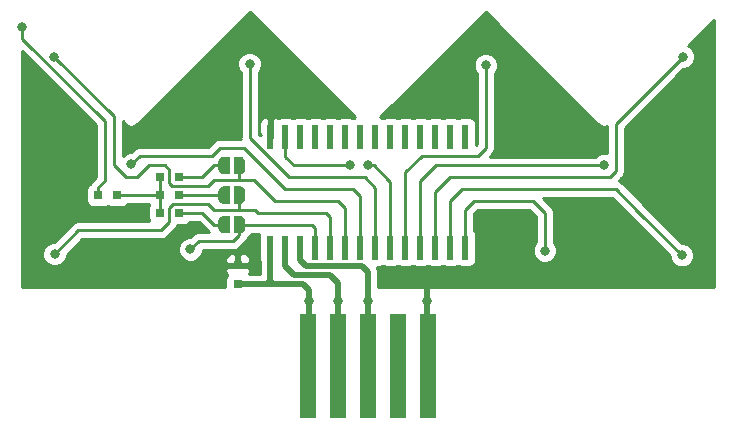
<source format=gbl>
G04 #@! TF.GenerationSoftware,KiCad,Pcbnew,(5.0.2)-1*
G04 #@! TF.CreationDate,2019-11-13T22:38:42+09:00*
G04 #@! TF.ProjectId,Grass,47726173-732e-46b6-9963-61645f706362,rev?*
G04 #@! TF.SameCoordinates,Original*
G04 #@! TF.FileFunction,Copper,L2,Bot*
G04 #@! TF.FilePolarity,Positive*
%FSLAX46Y46*%
G04 Gerber Fmt 4.6, Leading zero omitted, Abs format (unit mm)*
G04 Created by KiCad (PCBNEW (5.0.2)-1) date 2019/11/13 22:38:42*
%MOMM*%
%LPD*%
G01*
G04 APERTURE LIST*
G04 #@! TA.AperFunction,SMDPad,CuDef*
%ADD10R,0.800000X0.800000*%
G04 #@! TD*
G04 #@! TA.AperFunction,SMDPad,CuDef*
%ADD11C,0.500000*%
G04 #@! TD*
G04 #@! TA.AperFunction,Conductor*
%ADD12C,0.100000*%
G04 #@! TD*
G04 #@! TA.AperFunction,SMDPad,CuDef*
%ADD13R,0.600000X2.000000*%
G04 #@! TD*
G04 #@! TA.AperFunction,ConnectorPad*
%ADD14R,1.470000X8.890000*%
G04 #@! TD*
G04 #@! TA.AperFunction,ViaPad*
%ADD15C,0.800000*%
G04 #@! TD*
G04 #@! TA.AperFunction,Conductor*
%ADD16C,0.500000*%
G04 #@! TD*
G04 #@! TA.AperFunction,Conductor*
%ADD17C,0.250000*%
G04 #@! TD*
G04 #@! TA.AperFunction,Conductor*
%ADD18C,0.254000*%
G04 #@! TD*
G04 APERTURE END LIST*
D10*
G04 #@! TO.P,C1,1*
G04 #@! TO.N,+5V*
X119000000Y-149050000D03*
G04 #@! TO.P,C1,2*
G04 #@! TO.N,GND*
X119000000Y-147450000D03*
G04 #@! TD*
D11*
G04 #@! TO.P,JP1,1*
G04 #@! TO.N,Net-(JP1-Pad1)*
X117850000Y-144000000D03*
D12*
G04 #@! TD*
G04 #@! TO.N,Net-(JP1-Pad1)*
G04 #@! TO.C,JP1*
G36*
X118350000Y-144750000D02*
X117850000Y-144750000D01*
X117850000Y-144749398D01*
X117825466Y-144749398D01*
X117776635Y-144744588D01*
X117728510Y-144735016D01*
X117681555Y-144720772D01*
X117636222Y-144701995D01*
X117592949Y-144678864D01*
X117552150Y-144651604D01*
X117514221Y-144620476D01*
X117479524Y-144585779D01*
X117448396Y-144547850D01*
X117421136Y-144507051D01*
X117398005Y-144463778D01*
X117379228Y-144418445D01*
X117364984Y-144371490D01*
X117355412Y-144323365D01*
X117350602Y-144274534D01*
X117350602Y-144250000D01*
X117350000Y-144250000D01*
X117350000Y-143750000D01*
X117350602Y-143750000D01*
X117350602Y-143725466D01*
X117355412Y-143676635D01*
X117364984Y-143628510D01*
X117379228Y-143581555D01*
X117398005Y-143536222D01*
X117421136Y-143492949D01*
X117448396Y-143452150D01*
X117479524Y-143414221D01*
X117514221Y-143379524D01*
X117552150Y-143348396D01*
X117592949Y-143321136D01*
X117636222Y-143298005D01*
X117681555Y-143279228D01*
X117728510Y-143264984D01*
X117776635Y-143255412D01*
X117825466Y-143250602D01*
X117850000Y-143250602D01*
X117850000Y-143250000D01*
X118350000Y-143250000D01*
X118350000Y-144750000D01*
X118350000Y-144750000D01*
G37*
D11*
G04 #@! TO.P,JP1,2*
G04 #@! TO.N,Net-(D1-Pad2)*
X119150000Y-144000000D03*
D12*
G04 #@! TD*
G04 #@! TO.N,Net-(D1-Pad2)*
G04 #@! TO.C,JP1*
G36*
X119150000Y-143250602D02*
X119174534Y-143250602D01*
X119223365Y-143255412D01*
X119271490Y-143264984D01*
X119318445Y-143279228D01*
X119363778Y-143298005D01*
X119407051Y-143321136D01*
X119447850Y-143348396D01*
X119485779Y-143379524D01*
X119520476Y-143414221D01*
X119551604Y-143452150D01*
X119578864Y-143492949D01*
X119601995Y-143536222D01*
X119620772Y-143581555D01*
X119635016Y-143628510D01*
X119644588Y-143676635D01*
X119649398Y-143725466D01*
X119649398Y-143750000D01*
X119650000Y-143750000D01*
X119650000Y-144250000D01*
X119649398Y-144250000D01*
X119649398Y-144274534D01*
X119644588Y-144323365D01*
X119635016Y-144371490D01*
X119620772Y-144418445D01*
X119601995Y-144463778D01*
X119578864Y-144507051D01*
X119551604Y-144547850D01*
X119520476Y-144585779D01*
X119485779Y-144620476D01*
X119447850Y-144651604D01*
X119407051Y-144678864D01*
X119363778Y-144701995D01*
X119318445Y-144720772D01*
X119271490Y-144735016D01*
X119223365Y-144744588D01*
X119174534Y-144749398D01*
X119150000Y-144749398D01*
X119150000Y-144750000D01*
X118650000Y-144750000D01*
X118650000Y-143250000D01*
X119150000Y-143250000D01*
X119150000Y-143250602D01*
X119150000Y-143250602D01*
G37*
D11*
G04 #@! TO.P,JP2,2*
G04 #@! TO.N,Net-(D2-Pad2)*
X119150000Y-141500000D03*
D12*
G04 #@! TD*
G04 #@! TO.N,Net-(D2-Pad2)*
G04 #@! TO.C,JP2*
G36*
X119150000Y-140750602D02*
X119174534Y-140750602D01*
X119223365Y-140755412D01*
X119271490Y-140764984D01*
X119318445Y-140779228D01*
X119363778Y-140798005D01*
X119407051Y-140821136D01*
X119447850Y-140848396D01*
X119485779Y-140879524D01*
X119520476Y-140914221D01*
X119551604Y-140952150D01*
X119578864Y-140992949D01*
X119601995Y-141036222D01*
X119620772Y-141081555D01*
X119635016Y-141128510D01*
X119644588Y-141176635D01*
X119649398Y-141225466D01*
X119649398Y-141250000D01*
X119650000Y-141250000D01*
X119650000Y-141750000D01*
X119649398Y-141750000D01*
X119649398Y-141774534D01*
X119644588Y-141823365D01*
X119635016Y-141871490D01*
X119620772Y-141918445D01*
X119601995Y-141963778D01*
X119578864Y-142007051D01*
X119551604Y-142047850D01*
X119520476Y-142085779D01*
X119485779Y-142120476D01*
X119447850Y-142151604D01*
X119407051Y-142178864D01*
X119363778Y-142201995D01*
X119318445Y-142220772D01*
X119271490Y-142235016D01*
X119223365Y-142244588D01*
X119174534Y-142249398D01*
X119150000Y-142249398D01*
X119150000Y-142250000D01*
X118650000Y-142250000D01*
X118650000Y-140750000D01*
X119150000Y-140750000D01*
X119150000Y-140750602D01*
X119150000Y-140750602D01*
G37*
D11*
G04 #@! TO.P,JP2,1*
G04 #@! TO.N,Net-(JP2-Pad1)*
X117850000Y-141500000D03*
D12*
G04 #@! TD*
G04 #@! TO.N,Net-(JP2-Pad1)*
G04 #@! TO.C,JP2*
G36*
X118350000Y-142250000D02*
X117850000Y-142250000D01*
X117850000Y-142249398D01*
X117825466Y-142249398D01*
X117776635Y-142244588D01*
X117728510Y-142235016D01*
X117681555Y-142220772D01*
X117636222Y-142201995D01*
X117592949Y-142178864D01*
X117552150Y-142151604D01*
X117514221Y-142120476D01*
X117479524Y-142085779D01*
X117448396Y-142047850D01*
X117421136Y-142007051D01*
X117398005Y-141963778D01*
X117379228Y-141918445D01*
X117364984Y-141871490D01*
X117355412Y-141823365D01*
X117350602Y-141774534D01*
X117350602Y-141750000D01*
X117350000Y-141750000D01*
X117350000Y-141250000D01*
X117350602Y-141250000D01*
X117350602Y-141225466D01*
X117355412Y-141176635D01*
X117364984Y-141128510D01*
X117379228Y-141081555D01*
X117398005Y-141036222D01*
X117421136Y-140992949D01*
X117448396Y-140952150D01*
X117479524Y-140914221D01*
X117514221Y-140879524D01*
X117552150Y-140848396D01*
X117592949Y-140821136D01*
X117636222Y-140798005D01*
X117681555Y-140779228D01*
X117728510Y-140764984D01*
X117776635Y-140755412D01*
X117825466Y-140750602D01*
X117850000Y-140750602D01*
X117850000Y-140750000D01*
X118350000Y-140750000D01*
X118350000Y-142250000D01*
X118350000Y-142250000D01*
G37*
D11*
G04 #@! TO.P,JP3,1*
G04 #@! TO.N,Net-(JP3-Pad1)*
X117850000Y-139000000D03*
D12*
G04 #@! TD*
G04 #@! TO.N,Net-(JP3-Pad1)*
G04 #@! TO.C,JP3*
G36*
X118350000Y-139750000D02*
X117850000Y-139750000D01*
X117850000Y-139749398D01*
X117825466Y-139749398D01*
X117776635Y-139744588D01*
X117728510Y-139735016D01*
X117681555Y-139720772D01*
X117636222Y-139701995D01*
X117592949Y-139678864D01*
X117552150Y-139651604D01*
X117514221Y-139620476D01*
X117479524Y-139585779D01*
X117448396Y-139547850D01*
X117421136Y-139507051D01*
X117398005Y-139463778D01*
X117379228Y-139418445D01*
X117364984Y-139371490D01*
X117355412Y-139323365D01*
X117350602Y-139274534D01*
X117350602Y-139250000D01*
X117350000Y-139250000D01*
X117350000Y-138750000D01*
X117350602Y-138750000D01*
X117350602Y-138725466D01*
X117355412Y-138676635D01*
X117364984Y-138628510D01*
X117379228Y-138581555D01*
X117398005Y-138536222D01*
X117421136Y-138492949D01*
X117448396Y-138452150D01*
X117479524Y-138414221D01*
X117514221Y-138379524D01*
X117552150Y-138348396D01*
X117592949Y-138321136D01*
X117636222Y-138298005D01*
X117681555Y-138279228D01*
X117728510Y-138264984D01*
X117776635Y-138255412D01*
X117825466Y-138250602D01*
X117850000Y-138250602D01*
X117850000Y-138250000D01*
X118350000Y-138250000D01*
X118350000Y-139750000D01*
X118350000Y-139750000D01*
G37*
D11*
G04 #@! TO.P,JP3,2*
G04 #@! TO.N,Net-(D3-Pad2)*
X119150000Y-139000000D03*
D12*
G04 #@! TD*
G04 #@! TO.N,Net-(D3-Pad2)*
G04 #@! TO.C,JP3*
G36*
X119150000Y-138250602D02*
X119174534Y-138250602D01*
X119223365Y-138255412D01*
X119271490Y-138264984D01*
X119318445Y-138279228D01*
X119363778Y-138298005D01*
X119407051Y-138321136D01*
X119447850Y-138348396D01*
X119485779Y-138379524D01*
X119520476Y-138414221D01*
X119551604Y-138452150D01*
X119578864Y-138492949D01*
X119601995Y-138536222D01*
X119620772Y-138581555D01*
X119635016Y-138628510D01*
X119644588Y-138676635D01*
X119649398Y-138725466D01*
X119649398Y-138750000D01*
X119650000Y-138750000D01*
X119650000Y-139250000D01*
X119649398Y-139250000D01*
X119649398Y-139274534D01*
X119644588Y-139323365D01*
X119635016Y-139371490D01*
X119620772Y-139418445D01*
X119601995Y-139463778D01*
X119578864Y-139507051D01*
X119551604Y-139547850D01*
X119520476Y-139585779D01*
X119485779Y-139620476D01*
X119447850Y-139651604D01*
X119407051Y-139678864D01*
X119363778Y-139701995D01*
X119318445Y-139720772D01*
X119271490Y-139735016D01*
X119223365Y-139744588D01*
X119174534Y-139749398D01*
X119150000Y-139749398D01*
X119150000Y-139750000D01*
X118650000Y-139750000D01*
X118650000Y-138250000D01*
X119150000Y-138250000D01*
X119150000Y-138250602D01*
X119150000Y-138250602D01*
G37*
D10*
G04 #@! TO.P,R1,1*
G04 #@! TO.N,Net-(JP1-Pad1)*
X114050000Y-143000000D03*
G04 #@! TO.P,R1,2*
G04 #@! TO.N,Net-(D12-Pad1)*
X112450000Y-143000000D03*
G04 #@! TD*
G04 #@! TO.P,R2,2*
G04 #@! TO.N,Net-(D12-Pad1)*
X112450000Y-141500000D03*
G04 #@! TO.P,R2,1*
G04 #@! TO.N,Net-(JP2-Pad1)*
X114050000Y-141500000D03*
G04 #@! TD*
G04 #@! TO.P,R3,1*
G04 #@! TO.N,Net-(JP3-Pad1)*
X114050000Y-140000000D03*
G04 #@! TO.P,R3,2*
G04 #@! TO.N,Net-(D12-Pad1)*
X112450000Y-140000000D03*
G04 #@! TD*
D13*
G04 #@! TO.P,U1,1*
G04 #@! TO.N,GND*
X121745000Y-136550000D03*
G04 #@! TO.P,U1,2*
G04 #@! TO.N,Net-(D1-Pad1)*
X123015000Y-136550000D03*
G04 #@! TO.P,U1,3*
G04 #@! TO.N,Net-(U1-Pad3)*
X124285000Y-136550000D03*
G04 #@! TO.P,U1,4*
G04 #@! TO.N,Net-(U1-Pad4)*
X125555000Y-136550000D03*
G04 #@! TO.P,U1,5*
G04 #@! TO.N,Net-(U1-Pad5)*
X126825000Y-136550000D03*
G04 #@! TO.P,U1,6*
G04 #@! TO.N,Net-(U1-Pad6)*
X128095000Y-136550000D03*
G04 #@! TO.P,U1,7*
G04 #@! TO.N,Net-(U1-Pad7)*
X129365000Y-136550000D03*
G04 #@! TO.P,U1,8*
G04 #@! TO.N,Net-(U1-Pad8)*
X130635000Y-136550000D03*
G04 #@! TO.P,U1,9*
G04 #@! TO.N,Net-(U1-Pad9)*
X131905000Y-136550000D03*
G04 #@! TO.P,U1,10*
G04 #@! TO.N,Net-(U1-Pad10)*
X133175000Y-136550000D03*
G04 #@! TO.P,U1,11*
G04 #@! TO.N,Net-(U1-Pad11)*
X134445000Y-136550000D03*
G04 #@! TO.P,U1,12*
G04 #@! TO.N,Net-(U1-Pad12)*
X135715000Y-136550000D03*
G04 #@! TO.P,U1,13*
G04 #@! TO.N,Net-(U1-Pad13)*
X136985000Y-136550000D03*
G04 #@! TO.P,U1,14*
G04 #@! TO.N,Net-(U1-Pad14)*
X138255000Y-136550000D03*
G04 #@! TO.P,U1,15*
G04 #@! TO.N,Net-(D11-Pad2)*
X138255000Y-145950000D03*
G04 #@! TO.P,U1,16*
G04 #@! TO.N,Net-(D10-Pad2)*
X136985000Y-145950000D03*
G04 #@! TO.P,U1,17*
G04 #@! TO.N,Net-(D9-Pad2)*
X135715000Y-145950000D03*
G04 #@! TO.P,U1,18*
G04 #@! TO.N,Net-(D8-Pad2)*
X134445000Y-145950000D03*
G04 #@! TO.P,U1,19*
G04 #@! TO.N,Net-(D7-Pad2)*
X133175000Y-145950000D03*
G04 #@! TO.P,U1,20*
G04 #@! TO.N,Net-(D6-Pad2)*
X131905000Y-145950000D03*
G04 #@! TO.P,U1,21*
G04 #@! TO.N,Net-(D5-Pad2)*
X130635000Y-145950000D03*
G04 #@! TO.P,U1,22*
G04 #@! TO.N,Net-(D4-Pad2)*
X129365000Y-145950000D03*
G04 #@! TO.P,U1,23*
G04 #@! TO.N,Net-(D3-Pad2)*
X128095000Y-145950000D03*
G04 #@! TO.P,U1,24*
G04 #@! TO.N,Net-(D2-Pad2)*
X126825000Y-145950000D03*
G04 #@! TO.P,U1,25*
G04 #@! TO.N,Net-(D1-Pad2)*
X125555000Y-145950000D03*
G04 #@! TO.P,U1,26*
G04 #@! TO.N,SCL*
X124285000Y-145950000D03*
G04 #@! TO.P,U1,27*
G04 #@! TO.N,SDA*
X123015000Y-145950000D03*
G04 #@! TO.P,U1,28*
G04 #@! TO.N,+5V*
X121745000Y-145950000D03*
G04 #@! TD*
D10*
G04 #@! TO.P,D12,1*
G04 #@! TO.N,Net-(D12-Pad1)*
X108800000Y-141500000D03*
G04 #@! TO.P,D12,2*
G04 #@! TO.N,Net-(D1-Pad1)*
X107200000Y-141500000D03*
G04 #@! TD*
D14*
G04 #@! TO.P,J1,1*
G04 #@! TO.N,+5V*
X124920000Y-156000000D03*
G04 #@! TO.P,J1,2*
G04 #@! TO.N,SDA*
X127460000Y-156000000D03*
G04 #@! TO.P,J1,3*
G04 #@! TO.N,SCL*
X130000000Y-156000000D03*
G04 #@! TO.P,J1,4*
G04 #@! TO.N,Net-(J1-Pad4)*
X132540000Y-156000000D03*
G04 #@! TO.P,J1,5*
G04 #@! TO.N,GND*
X135080000Y-156000000D03*
G04 #@! TD*
D15*
G04 #@! TO.N,+5V*
X125000000Y-150500000D03*
G04 #@! TO.N,GND*
X116400000Y-149000000D03*
X121750000Y-130400000D03*
X138250000Y-130500000D03*
X135000000Y-150500000D03*
G04 #@! TO.N,Net-(D1-Pad1)*
X100750000Y-127250000D03*
X128500000Y-139000000D03*
G04 #@! TO.N,Net-(D1-Pad2)*
X115000000Y-146100000D03*
G04 #@! TO.N,Net-(D2-Pad2)*
X103500000Y-146500000D03*
G04 #@! TO.N,Net-(D3-Pad2)*
X103450000Y-129800000D03*
G04 #@! TO.N,Net-(D4-Pad2)*
X110000000Y-138900000D03*
G04 #@! TO.N,Net-(D5-Pad2)*
X120000000Y-130400000D03*
G04 #@! TO.N,Net-(D6-Pad2)*
X130000000Y-139000000D03*
G04 #@! TO.N,Net-(D7-Pad2)*
X140000000Y-130500000D03*
G04 #@! TO.N,Net-(D8-Pad2)*
X150000000Y-139000000D03*
G04 #@! TO.N,Net-(D9-Pad2)*
X156700000Y-129800000D03*
G04 #@! TO.N,Net-(D10-Pad2)*
X156600000Y-146600000D03*
G04 #@! TO.N,Net-(D11-Pad2)*
X145000000Y-146200000D03*
G04 #@! TO.N,SCL*
X130000000Y-150500000D03*
G04 #@! TO.N,SDA*
X127500000Y-150500000D03*
G04 #@! TD*
D16*
G04 #@! TO.N,+5V*
X121745000Y-145950000D02*
X121745000Y-148245000D01*
X119000000Y-149050000D02*
X120940000Y-149050000D01*
X121745000Y-148245000D02*
X121745000Y-148745000D01*
X121745000Y-148745000D02*
X122050000Y-149050000D01*
X121745000Y-148745000D02*
X121745000Y-148755000D01*
X121450000Y-149050000D02*
X120940000Y-149050000D01*
X121745000Y-148755000D02*
X121450000Y-149050000D01*
X121450000Y-149050000D02*
X122050000Y-149050000D01*
X125000000Y-155920000D02*
X124920000Y-156000000D01*
X125000000Y-150500000D02*
X125000000Y-155920000D01*
X124550000Y-149050000D02*
X125000000Y-149500000D01*
X122050000Y-149050000D02*
X124550000Y-149050000D01*
X125000000Y-150500000D02*
X125000000Y-149500000D01*
D17*
G04 #@! TO.N,GND*
X121745000Y-136550000D02*
X121745000Y-134505000D01*
X119050000Y-147400000D02*
X119000000Y-147450000D01*
D16*
X135000000Y-155920000D02*
X135080000Y-156000000D01*
X135000000Y-150500000D02*
X135000000Y-155920000D01*
D17*
X118350000Y-147450000D02*
X119000000Y-147450000D01*
X117384315Y-147450000D02*
X118350000Y-147450000D01*
X116400000Y-148434315D02*
X117384315Y-147450000D01*
X116400000Y-149000000D02*
X116400000Y-148434315D01*
D16*
X135000000Y-150500000D02*
X135000000Y-148500000D01*
D17*
G04 #@! TO.N,Net-(D1-Pad1)*
X123015000Y-138265000D02*
X123015000Y-136550000D01*
X128500000Y-139000000D02*
X123750000Y-139000000D01*
X123750000Y-139000000D02*
X123015000Y-138265000D01*
X107200000Y-140850000D02*
X107750000Y-140300000D01*
X107200000Y-141500000D02*
X107200000Y-140850000D01*
X107750000Y-140300000D02*
X107750000Y-135250000D01*
X100750000Y-128250000D02*
X100750000Y-127250000D01*
X107750000Y-135250000D02*
X100750000Y-128250000D01*
G04 #@! TO.N,Net-(D1-Pad2)*
X119150000Y-144847592D02*
X118597592Y-145400000D01*
X119150000Y-144000000D02*
X119150000Y-144847592D01*
X115700000Y-145400000D02*
X115000000Y-146100000D01*
X118597592Y-145400000D02*
X115700000Y-145400000D01*
X125555000Y-144305000D02*
X125555000Y-145950000D01*
X119150000Y-144000000D02*
X125250000Y-144000000D01*
X125250000Y-144000000D02*
X125555000Y-144305000D01*
G04 #@! TO.N,Net-(D2-Pad2)*
X117000000Y-142750000D02*
X118747592Y-142750000D01*
X116500000Y-142250000D02*
X117000000Y-142750000D01*
X103500000Y-146500000D02*
X105500000Y-144500000D01*
X105500000Y-144500000D02*
X112500000Y-144500000D01*
X112500000Y-144500000D02*
X113175001Y-143824999D01*
X113175001Y-143824999D02*
X113175001Y-142574999D01*
X113175001Y-142574999D02*
X113500000Y-142250000D01*
X113500000Y-142250000D02*
X116500000Y-142250000D01*
X119150000Y-142650000D02*
X119250000Y-142750000D01*
X119150000Y-141500000D02*
X119150000Y-142650000D01*
X119250000Y-142750000D02*
X118747592Y-142750000D01*
X126825000Y-144250000D02*
X126825000Y-145950000D01*
X120750000Y-143000000D02*
X126500000Y-143000000D01*
X126825000Y-143325000D02*
X126825000Y-144250000D01*
X126500000Y-143000000D02*
X126825000Y-143325000D01*
X119250000Y-142750000D02*
X120500000Y-142750000D01*
X120500000Y-142750000D02*
X120750000Y-143000000D01*
G04 #@! TO.N,Net-(D3-Pad2)*
X110500000Y-140000000D02*
X109500000Y-140000000D01*
X109500000Y-140000000D02*
X108500000Y-139000000D01*
X108500000Y-134850000D02*
X103450000Y-129800000D01*
X108500000Y-139000000D02*
X108500000Y-134850000D01*
X112835002Y-139000000D02*
X113175001Y-139339999D01*
X111500000Y-139000000D02*
X112835002Y-139000000D01*
X111500000Y-139000000D02*
X110500000Y-140000000D01*
X113175001Y-139339999D02*
X113175001Y-140500000D01*
X113400002Y-140725001D02*
X116524999Y-140725001D01*
X113175001Y-140500000D02*
X113400002Y-140725001D01*
X116524999Y-140725001D02*
X117000000Y-140250000D01*
X117000000Y-140250000D02*
X118747592Y-140250000D01*
X119150000Y-140150000D02*
X119250000Y-140250000D01*
X119150000Y-139000000D02*
X119150000Y-140150000D01*
X118747592Y-140250000D02*
X119250000Y-140250000D01*
X128095000Y-142595000D02*
X128095000Y-145950000D01*
X122150000Y-142000000D02*
X127500000Y-142000000D01*
X127500000Y-142000000D02*
X128095000Y-142595000D01*
X119250000Y-140250000D02*
X120400000Y-140250000D01*
X120400000Y-140250000D02*
X122150000Y-142000000D01*
G04 #@! TO.N,Net-(D4-Pad2)*
X116800000Y-138200000D02*
X117500000Y-137500000D01*
X110700000Y-138200000D02*
X116800000Y-138200000D01*
X110000000Y-138900000D02*
X110700000Y-138200000D01*
X128750000Y-141000000D02*
X129365000Y-141615000D01*
X123000000Y-141000000D02*
X128750000Y-141000000D01*
X129365000Y-141615000D02*
X129365000Y-145950000D01*
X117500000Y-137500000D02*
X119500000Y-137500000D01*
X119500000Y-137500000D02*
X123000000Y-141000000D01*
G04 #@! TO.N,Net-(D5-Pad2)*
X130635000Y-140885000D02*
X130635000Y-145950000D01*
X123309998Y-140000000D02*
X129750000Y-140000000D01*
X129750000Y-140000000D02*
X130635000Y-140885000D01*
X120000000Y-130400000D02*
X120000000Y-136690002D01*
X120000000Y-136690002D02*
X123309998Y-140000000D01*
G04 #@! TO.N,Net-(D6-Pad2)*
X131905000Y-145950000D02*
X131905000Y-141000000D01*
X130000000Y-139000000D02*
X130500000Y-139000000D01*
X131905000Y-140405000D02*
X131750000Y-140250000D01*
X131905000Y-141000000D02*
X131905000Y-140405000D01*
X130500000Y-139000000D02*
X131750000Y-140250000D01*
G04 #@! TO.N,Net-(D7-Pad2)*
X140000000Y-136690002D02*
X140000000Y-130500000D01*
X140000000Y-137500000D02*
X140000000Y-136690002D01*
X139309998Y-138190002D02*
X140000000Y-137500000D01*
X134559998Y-138190002D02*
X139309998Y-138190002D01*
X133175000Y-145950000D02*
X133175000Y-139575000D01*
X133175000Y-139575000D02*
X134559998Y-138190002D01*
G04 #@! TO.N,Net-(D8-Pad2)*
X136000000Y-139000000D02*
X150000000Y-139000000D01*
X135750000Y-139000000D02*
X136000000Y-139000000D01*
X134445000Y-145950000D02*
X134445000Y-140305000D01*
X134445000Y-140305000D02*
X135750000Y-139000000D01*
G04 #@! TO.N,Net-(D9-Pad2)*
X151000000Y-135500000D02*
X156700000Y-129800000D01*
X151000000Y-139500000D02*
X151000000Y-135500000D01*
X150500000Y-140000000D02*
X151000000Y-139500000D01*
X137000000Y-140000000D02*
X150500000Y-140000000D01*
X135715000Y-141285000D02*
X137000000Y-140000000D01*
X135715000Y-145950000D02*
X135715000Y-141285000D01*
G04 #@! TO.N,Net-(D10-Pad2)*
X153000000Y-143000000D02*
X156600000Y-146600000D01*
X136985000Y-145250000D02*
X137000000Y-145235000D01*
X136985000Y-145950000D02*
X136985000Y-145250000D01*
X137000000Y-145235000D02*
X137000000Y-142000000D01*
X137000000Y-142000000D02*
X138000000Y-141000000D01*
X138000000Y-141000000D02*
X151000000Y-141000000D01*
X151000000Y-141000000D02*
X153000000Y-143000000D01*
G04 #@! TO.N,Net-(D11-Pad2)*
X138255000Y-142745000D02*
X138255000Y-145950000D01*
X139000000Y-142000000D02*
X138255000Y-142745000D01*
X144000000Y-142000000D02*
X139000000Y-142000000D01*
X145000000Y-146200000D02*
X145000000Y-143000000D01*
X145000000Y-143000000D02*
X144000000Y-142000000D01*
G04 #@! TO.N,Net-(D12-Pad1)*
X112450000Y-140000000D02*
X112450000Y-143000000D01*
X111800000Y-141500000D02*
X108800000Y-141500000D01*
X112450000Y-141500000D02*
X111800000Y-141500000D01*
G04 #@! TO.N,Net-(JP1-Pad1)*
X117000000Y-144000000D02*
X117850000Y-144000000D01*
X116000000Y-143000000D02*
X117000000Y-144000000D01*
X114050000Y-143000000D02*
X116000000Y-143000000D01*
G04 #@! TO.N,Net-(JP2-Pad1)*
X114050000Y-141500000D02*
X117850000Y-141500000D01*
G04 #@! TO.N,Net-(JP3-Pad1)*
X117000000Y-139000000D02*
X117850000Y-139000000D01*
X116000000Y-140000000D02*
X117000000Y-139000000D01*
X114050000Y-140000000D02*
X116000000Y-140000000D01*
D16*
G04 #@! TO.N,SCL*
X130000000Y-150500000D02*
X130000000Y-156000000D01*
X124285000Y-147035000D02*
X124750000Y-147500000D01*
X124285000Y-145950000D02*
X124285000Y-147035000D01*
X130000000Y-149500000D02*
X130000000Y-150500000D01*
X124750000Y-147500000D02*
X129500000Y-147500000D01*
X130000000Y-148000000D02*
X130000000Y-149500000D01*
X129500000Y-147500000D02*
X130000000Y-148000000D01*
D17*
G04 #@! TO.N,SDA*
X123015000Y-146650000D02*
X123015000Y-145950000D01*
D16*
X127500000Y-155960000D02*
X127460000Y-156000000D01*
X127500000Y-150500000D02*
X127500000Y-155960000D01*
X126815685Y-148250000D02*
X123750000Y-148250000D01*
X127500000Y-150500000D02*
X127500000Y-148934315D01*
X127500000Y-148934315D02*
X126815685Y-148250000D01*
X123750000Y-148250000D02*
X123750000Y-148235000D01*
X123750000Y-148235000D02*
X123015000Y-147500000D01*
X123015000Y-147500000D02*
X123015000Y-145950000D01*
G04 #@! TO.N,Net-(J1-Pad4)*
X132500000Y-155960000D02*
X132540000Y-156000000D01*
G04 #@! TD*
D18*
G04 #@! TO.N,GND*
G36*
X106990001Y-135564803D02*
X106990000Y-139985198D01*
X106715527Y-140259672D01*
X106652072Y-140302071D01*
X106491448Y-140542460D01*
X106342191Y-140642191D01*
X106201843Y-140852235D01*
X106152560Y-141100000D01*
X106152560Y-141900000D01*
X106201843Y-142147765D01*
X106342191Y-142357809D01*
X106552235Y-142498157D01*
X106800000Y-142547440D01*
X107600000Y-142547440D01*
X107847765Y-142498157D01*
X108000000Y-142396436D01*
X108152235Y-142498157D01*
X108400000Y-142547440D01*
X109200000Y-142547440D01*
X109447765Y-142498157D01*
X109657809Y-142357809D01*
X109723163Y-142260000D01*
X111513473Y-142260000D01*
X111451843Y-142352235D01*
X111402560Y-142600000D01*
X111402560Y-143400000D01*
X111451843Y-143647765D01*
X111513473Y-143740000D01*
X105574846Y-143740000D01*
X105499999Y-143725112D01*
X105425152Y-143740000D01*
X105425148Y-143740000D01*
X105203463Y-143784096D01*
X104952071Y-143952071D01*
X104909671Y-144015527D01*
X103460199Y-145465000D01*
X103294126Y-145465000D01*
X102913720Y-145622569D01*
X102622569Y-145913720D01*
X102465000Y-146294126D01*
X102465000Y-146705874D01*
X102622569Y-147086280D01*
X102913720Y-147377431D01*
X103294126Y-147535000D01*
X103705874Y-147535000D01*
X104086280Y-147377431D01*
X104377431Y-147086280D01*
X104535000Y-146705874D01*
X104535000Y-146539801D01*
X105814802Y-145260000D01*
X112425153Y-145260000D01*
X112500000Y-145274888D01*
X112574847Y-145260000D01*
X112574852Y-145260000D01*
X112796537Y-145215904D01*
X113047929Y-145047929D01*
X113090331Y-144984470D01*
X113659474Y-144415328D01*
X113722930Y-144372928D01*
X113890905Y-144121536D01*
X113905644Y-144047440D01*
X114450000Y-144047440D01*
X114697765Y-143998157D01*
X114907809Y-143857809D01*
X114973163Y-143760000D01*
X115685199Y-143760000D01*
X116409670Y-144484472D01*
X116452071Y-144547929D01*
X116589865Y-144640000D01*
X115774846Y-144640000D01*
X115699999Y-144625112D01*
X115625152Y-144640000D01*
X115625148Y-144640000D01*
X115403463Y-144684096D01*
X115403461Y-144684097D01*
X115403462Y-144684097D01*
X115215526Y-144809671D01*
X115215524Y-144809673D01*
X115152071Y-144852071D01*
X115109672Y-144915525D01*
X114960198Y-145065000D01*
X114794126Y-145065000D01*
X114413720Y-145222569D01*
X114122569Y-145513720D01*
X113965000Y-145894126D01*
X113965000Y-146305874D01*
X114122569Y-146686280D01*
X114413720Y-146977431D01*
X114794126Y-147135000D01*
X115205874Y-147135000D01*
X115586280Y-146977431D01*
X115640020Y-146923691D01*
X117965000Y-146923691D01*
X117965000Y-147164250D01*
X118123750Y-147323000D01*
X118873000Y-147323000D01*
X118873000Y-146573750D01*
X119127000Y-146573750D01*
X119127000Y-147323000D01*
X119876250Y-147323000D01*
X120035000Y-147164250D01*
X120035000Y-146923691D01*
X119938327Y-146690302D01*
X119759699Y-146511673D01*
X119526310Y-146415000D01*
X119285750Y-146415000D01*
X119127000Y-146573750D01*
X118873000Y-146573750D01*
X118714250Y-146415000D01*
X118473690Y-146415000D01*
X118240301Y-146511673D01*
X118061673Y-146690302D01*
X117965000Y-146923691D01*
X115640020Y-146923691D01*
X115877431Y-146686280D01*
X116035000Y-146305874D01*
X116035000Y-146160000D01*
X118522745Y-146160000D01*
X118597592Y-146174888D01*
X118672439Y-146160000D01*
X118672444Y-146160000D01*
X118894129Y-146115904D01*
X119145521Y-145947929D01*
X119187923Y-145884470D01*
X119634473Y-145437921D01*
X119697929Y-145395521D01*
X119865904Y-145144129D01*
X119866216Y-145142562D01*
X119925006Y-145094314D01*
X119994314Y-145025006D01*
X120074831Y-144926896D01*
X120129287Y-144845397D01*
X120174933Y-144760000D01*
X120835353Y-144760000D01*
X120797560Y-144950000D01*
X120797560Y-146950000D01*
X120846843Y-147197765D01*
X120860001Y-147217457D01*
X120860001Y-148157831D01*
X120860000Y-148157836D01*
X120860000Y-148165000D01*
X119956842Y-148165000D01*
X120035000Y-147976309D01*
X120035000Y-147735750D01*
X119876250Y-147577000D01*
X119127000Y-147577000D01*
X119127000Y-147597000D01*
X118873000Y-147597000D01*
X118873000Y-147577000D01*
X118123750Y-147577000D01*
X117965000Y-147735750D01*
X117965000Y-147976309D01*
X118061673Y-148209698D01*
X118102927Y-148250953D01*
X118001843Y-148402235D01*
X117952560Y-148650000D01*
X117952560Y-149290000D01*
X100710000Y-149290000D01*
X100710000Y-129284801D01*
X106990001Y-135564803D01*
X106990001Y-135564803D01*
G37*
X106990001Y-135564803D02*
X106990000Y-139985198D01*
X106715527Y-140259672D01*
X106652072Y-140302071D01*
X106491448Y-140542460D01*
X106342191Y-140642191D01*
X106201843Y-140852235D01*
X106152560Y-141100000D01*
X106152560Y-141900000D01*
X106201843Y-142147765D01*
X106342191Y-142357809D01*
X106552235Y-142498157D01*
X106800000Y-142547440D01*
X107600000Y-142547440D01*
X107847765Y-142498157D01*
X108000000Y-142396436D01*
X108152235Y-142498157D01*
X108400000Y-142547440D01*
X109200000Y-142547440D01*
X109447765Y-142498157D01*
X109657809Y-142357809D01*
X109723163Y-142260000D01*
X111513473Y-142260000D01*
X111451843Y-142352235D01*
X111402560Y-142600000D01*
X111402560Y-143400000D01*
X111451843Y-143647765D01*
X111513473Y-143740000D01*
X105574846Y-143740000D01*
X105499999Y-143725112D01*
X105425152Y-143740000D01*
X105425148Y-143740000D01*
X105203463Y-143784096D01*
X104952071Y-143952071D01*
X104909671Y-144015527D01*
X103460199Y-145465000D01*
X103294126Y-145465000D01*
X102913720Y-145622569D01*
X102622569Y-145913720D01*
X102465000Y-146294126D01*
X102465000Y-146705874D01*
X102622569Y-147086280D01*
X102913720Y-147377431D01*
X103294126Y-147535000D01*
X103705874Y-147535000D01*
X104086280Y-147377431D01*
X104377431Y-147086280D01*
X104535000Y-146705874D01*
X104535000Y-146539801D01*
X105814802Y-145260000D01*
X112425153Y-145260000D01*
X112500000Y-145274888D01*
X112574847Y-145260000D01*
X112574852Y-145260000D01*
X112796537Y-145215904D01*
X113047929Y-145047929D01*
X113090331Y-144984470D01*
X113659474Y-144415328D01*
X113722930Y-144372928D01*
X113890905Y-144121536D01*
X113905644Y-144047440D01*
X114450000Y-144047440D01*
X114697765Y-143998157D01*
X114907809Y-143857809D01*
X114973163Y-143760000D01*
X115685199Y-143760000D01*
X116409670Y-144484472D01*
X116452071Y-144547929D01*
X116589865Y-144640000D01*
X115774846Y-144640000D01*
X115699999Y-144625112D01*
X115625152Y-144640000D01*
X115625148Y-144640000D01*
X115403463Y-144684096D01*
X115403461Y-144684097D01*
X115403462Y-144684097D01*
X115215526Y-144809671D01*
X115215524Y-144809673D01*
X115152071Y-144852071D01*
X115109672Y-144915525D01*
X114960198Y-145065000D01*
X114794126Y-145065000D01*
X114413720Y-145222569D01*
X114122569Y-145513720D01*
X113965000Y-145894126D01*
X113965000Y-146305874D01*
X114122569Y-146686280D01*
X114413720Y-146977431D01*
X114794126Y-147135000D01*
X115205874Y-147135000D01*
X115586280Y-146977431D01*
X115640020Y-146923691D01*
X117965000Y-146923691D01*
X117965000Y-147164250D01*
X118123750Y-147323000D01*
X118873000Y-147323000D01*
X118873000Y-146573750D01*
X119127000Y-146573750D01*
X119127000Y-147323000D01*
X119876250Y-147323000D01*
X120035000Y-147164250D01*
X120035000Y-146923691D01*
X119938327Y-146690302D01*
X119759699Y-146511673D01*
X119526310Y-146415000D01*
X119285750Y-146415000D01*
X119127000Y-146573750D01*
X118873000Y-146573750D01*
X118714250Y-146415000D01*
X118473690Y-146415000D01*
X118240301Y-146511673D01*
X118061673Y-146690302D01*
X117965000Y-146923691D01*
X115640020Y-146923691D01*
X115877431Y-146686280D01*
X116035000Y-146305874D01*
X116035000Y-146160000D01*
X118522745Y-146160000D01*
X118597592Y-146174888D01*
X118672439Y-146160000D01*
X118672444Y-146160000D01*
X118894129Y-146115904D01*
X119145521Y-145947929D01*
X119187923Y-145884470D01*
X119634473Y-145437921D01*
X119697929Y-145395521D01*
X119865904Y-145144129D01*
X119866216Y-145142562D01*
X119925006Y-145094314D01*
X119994314Y-145025006D01*
X120074831Y-144926896D01*
X120129287Y-144845397D01*
X120174933Y-144760000D01*
X120835353Y-144760000D01*
X120797560Y-144950000D01*
X120797560Y-146950000D01*
X120846843Y-147197765D01*
X120860001Y-147217457D01*
X120860001Y-148157831D01*
X120860000Y-148157836D01*
X120860000Y-148165000D01*
X119956842Y-148165000D01*
X120035000Y-147976309D01*
X120035000Y-147735750D01*
X119876250Y-147577000D01*
X119127000Y-147577000D01*
X119127000Y-147597000D01*
X118873000Y-147597000D01*
X118873000Y-147577000D01*
X118123750Y-147577000D01*
X117965000Y-147735750D01*
X117965000Y-147976309D01*
X118061673Y-148209698D01*
X118102927Y-148250953D01*
X118001843Y-148402235D01*
X117952560Y-148650000D01*
X117952560Y-149290000D01*
X100710000Y-149290000D01*
X100710000Y-129284801D01*
X106990001Y-135564803D01*
G36*
X159290001Y-149290000D02*
X140059576Y-149290000D01*
X140048601Y-149282667D01*
X140000000Y-149273000D01*
X130885000Y-149273000D01*
X130885000Y-148087161D01*
X130902337Y-148000000D01*
X130885000Y-147912839D01*
X130885000Y-147912835D01*
X130833652Y-147654690D01*
X130795399Y-147597440D01*
X130935000Y-147597440D01*
X131182765Y-147548157D01*
X131270000Y-147489868D01*
X131357235Y-147548157D01*
X131605000Y-147597440D01*
X132205000Y-147597440D01*
X132452765Y-147548157D01*
X132540000Y-147489868D01*
X132627235Y-147548157D01*
X132875000Y-147597440D01*
X133475000Y-147597440D01*
X133722765Y-147548157D01*
X133810000Y-147489868D01*
X133897235Y-147548157D01*
X134145000Y-147597440D01*
X134745000Y-147597440D01*
X134992765Y-147548157D01*
X135080000Y-147489868D01*
X135167235Y-147548157D01*
X135415000Y-147597440D01*
X136015000Y-147597440D01*
X136262765Y-147548157D01*
X136350000Y-147489868D01*
X136437235Y-147548157D01*
X136685000Y-147597440D01*
X137285000Y-147597440D01*
X137532765Y-147548157D01*
X137620000Y-147489868D01*
X137707235Y-147548157D01*
X137955000Y-147597440D01*
X138555000Y-147597440D01*
X138802765Y-147548157D01*
X139012809Y-147407809D01*
X139153157Y-147197765D01*
X139202440Y-146950000D01*
X139202440Y-144950000D01*
X139153157Y-144702235D01*
X139015000Y-144495470D01*
X139015000Y-143059801D01*
X139314802Y-142760000D01*
X143685199Y-142760000D01*
X144240001Y-143314803D01*
X144240000Y-145496289D01*
X144122569Y-145613720D01*
X143965000Y-145994126D01*
X143965000Y-146405874D01*
X144122569Y-146786280D01*
X144413720Y-147077431D01*
X144794126Y-147235000D01*
X145205874Y-147235000D01*
X145586280Y-147077431D01*
X145877431Y-146786280D01*
X146035000Y-146405874D01*
X146035000Y-145994126D01*
X145877431Y-145613720D01*
X145760000Y-145496289D01*
X145760000Y-143074848D01*
X145774888Y-143000000D01*
X145760000Y-142925152D01*
X145760000Y-142925148D01*
X145715904Y-142703463D01*
X145547929Y-142452071D01*
X145484473Y-142409671D01*
X144834801Y-141760000D01*
X150685199Y-141760000D01*
X152515527Y-143590329D01*
X152515530Y-143590331D01*
X155565000Y-146639802D01*
X155565000Y-146805874D01*
X155722569Y-147186280D01*
X156013720Y-147477431D01*
X156394126Y-147635000D01*
X156805874Y-147635000D01*
X157186280Y-147477431D01*
X157477431Y-147186280D01*
X157635000Y-146805874D01*
X157635000Y-146394126D01*
X157477431Y-146013720D01*
X157186280Y-145722569D01*
X156805874Y-145565000D01*
X156639802Y-145565000D01*
X153590331Y-142515530D01*
X153590329Y-142515527D01*
X151590331Y-140515530D01*
X151547929Y-140452071D01*
X151296537Y-140284096D01*
X151291673Y-140283128D01*
X151484473Y-140090329D01*
X151547929Y-140047929D01*
X151640310Y-139909671D01*
X151715904Y-139796538D01*
X151734417Y-139703464D01*
X151760000Y-139574852D01*
X151760000Y-139574848D01*
X151774888Y-139500000D01*
X151760000Y-139425152D01*
X151760000Y-135814801D01*
X156739803Y-130835000D01*
X156905874Y-130835000D01*
X157286280Y-130677431D01*
X157577431Y-130386280D01*
X157735000Y-130005874D01*
X157735000Y-129594126D01*
X157577431Y-129213720D01*
X157286280Y-128922569D01*
X157141494Y-128862597D01*
X159290000Y-126714092D01*
X159290001Y-149290000D01*
X159290001Y-149290000D01*
G37*
X159290001Y-149290000D02*
X140059576Y-149290000D01*
X140048601Y-149282667D01*
X140000000Y-149273000D01*
X130885000Y-149273000D01*
X130885000Y-148087161D01*
X130902337Y-148000000D01*
X130885000Y-147912839D01*
X130885000Y-147912835D01*
X130833652Y-147654690D01*
X130795399Y-147597440D01*
X130935000Y-147597440D01*
X131182765Y-147548157D01*
X131270000Y-147489868D01*
X131357235Y-147548157D01*
X131605000Y-147597440D01*
X132205000Y-147597440D01*
X132452765Y-147548157D01*
X132540000Y-147489868D01*
X132627235Y-147548157D01*
X132875000Y-147597440D01*
X133475000Y-147597440D01*
X133722765Y-147548157D01*
X133810000Y-147489868D01*
X133897235Y-147548157D01*
X134145000Y-147597440D01*
X134745000Y-147597440D01*
X134992765Y-147548157D01*
X135080000Y-147489868D01*
X135167235Y-147548157D01*
X135415000Y-147597440D01*
X136015000Y-147597440D01*
X136262765Y-147548157D01*
X136350000Y-147489868D01*
X136437235Y-147548157D01*
X136685000Y-147597440D01*
X137285000Y-147597440D01*
X137532765Y-147548157D01*
X137620000Y-147489868D01*
X137707235Y-147548157D01*
X137955000Y-147597440D01*
X138555000Y-147597440D01*
X138802765Y-147548157D01*
X139012809Y-147407809D01*
X139153157Y-147197765D01*
X139202440Y-146950000D01*
X139202440Y-144950000D01*
X139153157Y-144702235D01*
X139015000Y-144495470D01*
X139015000Y-143059801D01*
X139314802Y-142760000D01*
X143685199Y-142760000D01*
X144240001Y-143314803D01*
X144240000Y-145496289D01*
X144122569Y-145613720D01*
X143965000Y-145994126D01*
X143965000Y-146405874D01*
X144122569Y-146786280D01*
X144413720Y-147077431D01*
X144794126Y-147235000D01*
X145205874Y-147235000D01*
X145586280Y-147077431D01*
X145877431Y-146786280D01*
X146035000Y-146405874D01*
X146035000Y-145994126D01*
X145877431Y-145613720D01*
X145760000Y-145496289D01*
X145760000Y-143074848D01*
X145774888Y-143000000D01*
X145760000Y-142925152D01*
X145760000Y-142925148D01*
X145715904Y-142703463D01*
X145547929Y-142452071D01*
X145484473Y-142409671D01*
X144834801Y-141760000D01*
X150685199Y-141760000D01*
X152515527Y-143590329D01*
X152515530Y-143590331D01*
X155565000Y-146639802D01*
X155565000Y-146805874D01*
X155722569Y-147186280D01*
X156013720Y-147477431D01*
X156394126Y-147635000D01*
X156805874Y-147635000D01*
X157186280Y-147477431D01*
X157477431Y-147186280D01*
X157635000Y-146805874D01*
X157635000Y-146394126D01*
X157477431Y-146013720D01*
X157186280Y-145722569D01*
X156805874Y-145565000D01*
X156639802Y-145565000D01*
X153590331Y-142515530D01*
X153590329Y-142515527D01*
X151590331Y-140515530D01*
X151547929Y-140452071D01*
X151296537Y-140284096D01*
X151291673Y-140283128D01*
X151484473Y-140090329D01*
X151547929Y-140047929D01*
X151640310Y-139909671D01*
X151715904Y-139796538D01*
X151734417Y-139703464D01*
X151760000Y-139574852D01*
X151760000Y-139574848D01*
X151774888Y-139500000D01*
X151760000Y-139425152D01*
X151760000Y-135814801D01*
X156739803Y-130835000D01*
X156905874Y-130835000D01*
X157286280Y-130677431D01*
X157577431Y-130386280D01*
X157735000Y-130005874D01*
X157735000Y-129594126D01*
X157577431Y-129213720D01*
X157286280Y-128922569D01*
X157141494Y-128862597D01*
X159290000Y-126714092D01*
X159290001Y-149290000D01*
G36*
X149448514Y-135452606D02*
X149488120Y-135511880D01*
X149547394Y-135551486D01*
X149547399Y-135551491D01*
X149722972Y-135668805D01*
X150000000Y-135723909D01*
X150240001Y-135676170D01*
X150240000Y-137979136D01*
X150205874Y-137965000D01*
X149794126Y-137965000D01*
X149413720Y-138122569D01*
X149296289Y-138240000D01*
X140334802Y-138240000D01*
X140484473Y-138090329D01*
X140547929Y-138047929D01*
X140715904Y-137796537D01*
X140760000Y-137574852D01*
X140760000Y-137574848D01*
X140774888Y-137500001D01*
X140760000Y-137425154D01*
X140760000Y-131203711D01*
X140877431Y-131086280D01*
X141035000Y-130705874D01*
X141035000Y-130294126D01*
X140877431Y-129913720D01*
X140586280Y-129622569D01*
X140205874Y-129465000D01*
X139794126Y-129465000D01*
X139413720Y-129622569D01*
X139122569Y-129913720D01*
X138965000Y-130294126D01*
X138965000Y-130705874D01*
X139122569Y-131086280D01*
X139240001Y-131203712D01*
X139240000Y-136615150D01*
X139240000Y-137185198D01*
X139202440Y-137222758D01*
X139202440Y-135550000D01*
X139153157Y-135302235D01*
X139012809Y-135092191D01*
X138802765Y-134951843D01*
X138555000Y-134902560D01*
X137955000Y-134902560D01*
X137707235Y-134951843D01*
X137620000Y-135010132D01*
X137532765Y-134951843D01*
X137285000Y-134902560D01*
X136685000Y-134902560D01*
X136437235Y-134951843D01*
X136350000Y-135010132D01*
X136262765Y-134951843D01*
X136015000Y-134902560D01*
X135415000Y-134902560D01*
X135167235Y-134951843D01*
X135080000Y-135010132D01*
X134992765Y-134951843D01*
X134745000Y-134902560D01*
X134145000Y-134902560D01*
X133897235Y-134951843D01*
X133810000Y-135010132D01*
X133722765Y-134951843D01*
X133475000Y-134902560D01*
X132875000Y-134902560D01*
X132627235Y-134951843D01*
X132540000Y-135010132D01*
X132452765Y-134951843D01*
X132205000Y-134902560D01*
X131605000Y-134902560D01*
X131357235Y-134951843D01*
X131270000Y-135010132D01*
X131182765Y-134951843D01*
X131073901Y-134930189D01*
X140000001Y-126004091D01*
X149448514Y-135452606D01*
X149448514Y-135452606D01*
G37*
X149448514Y-135452606D02*
X149488120Y-135511880D01*
X149547394Y-135551486D01*
X149547399Y-135551491D01*
X149722972Y-135668805D01*
X150000000Y-135723909D01*
X150240001Y-135676170D01*
X150240000Y-137979136D01*
X150205874Y-137965000D01*
X149794126Y-137965000D01*
X149413720Y-138122569D01*
X149296289Y-138240000D01*
X140334802Y-138240000D01*
X140484473Y-138090329D01*
X140547929Y-138047929D01*
X140715904Y-137796537D01*
X140760000Y-137574852D01*
X140760000Y-137574848D01*
X140774888Y-137500001D01*
X140760000Y-137425154D01*
X140760000Y-131203711D01*
X140877431Y-131086280D01*
X141035000Y-130705874D01*
X141035000Y-130294126D01*
X140877431Y-129913720D01*
X140586280Y-129622569D01*
X140205874Y-129465000D01*
X139794126Y-129465000D01*
X139413720Y-129622569D01*
X139122569Y-129913720D01*
X138965000Y-130294126D01*
X138965000Y-130705874D01*
X139122569Y-131086280D01*
X139240001Y-131203712D01*
X139240000Y-136615150D01*
X139240000Y-137185198D01*
X139202440Y-137222758D01*
X139202440Y-135550000D01*
X139153157Y-135302235D01*
X139012809Y-135092191D01*
X138802765Y-134951843D01*
X138555000Y-134902560D01*
X137955000Y-134902560D01*
X137707235Y-134951843D01*
X137620000Y-135010132D01*
X137532765Y-134951843D01*
X137285000Y-134902560D01*
X136685000Y-134902560D01*
X136437235Y-134951843D01*
X136350000Y-135010132D01*
X136262765Y-134951843D01*
X136015000Y-134902560D01*
X135415000Y-134902560D01*
X135167235Y-134951843D01*
X135080000Y-135010132D01*
X134992765Y-134951843D01*
X134745000Y-134902560D01*
X134145000Y-134902560D01*
X133897235Y-134951843D01*
X133810000Y-135010132D01*
X133722765Y-134951843D01*
X133475000Y-134902560D01*
X132875000Y-134902560D01*
X132627235Y-134951843D01*
X132540000Y-135010132D01*
X132452765Y-134951843D01*
X132205000Y-134902560D01*
X131605000Y-134902560D01*
X131357235Y-134951843D01*
X131270000Y-135010132D01*
X131182765Y-134951843D01*
X131073901Y-134930189D01*
X140000001Y-126004091D01*
X149448514Y-135452606D01*
G36*
X128926097Y-134930189D02*
X128817235Y-134951843D01*
X128730000Y-135010132D01*
X128642765Y-134951843D01*
X128395000Y-134902560D01*
X127795000Y-134902560D01*
X127547235Y-134951843D01*
X127460000Y-135010132D01*
X127372765Y-134951843D01*
X127125000Y-134902560D01*
X126525000Y-134902560D01*
X126277235Y-134951843D01*
X126190000Y-135010132D01*
X126102765Y-134951843D01*
X125855000Y-134902560D01*
X125255000Y-134902560D01*
X125007235Y-134951843D01*
X124920000Y-135010132D01*
X124832765Y-134951843D01*
X124585000Y-134902560D01*
X123985000Y-134902560D01*
X123737235Y-134951843D01*
X123650000Y-135010132D01*
X123562765Y-134951843D01*
X123315000Y-134902560D01*
X122715000Y-134902560D01*
X122467235Y-134951843D01*
X122388028Y-135004768D01*
X122171310Y-134915000D01*
X122030750Y-134915000D01*
X121872000Y-135073750D01*
X121872000Y-136423000D01*
X121892000Y-136423000D01*
X121892000Y-136677000D01*
X121872000Y-136677000D01*
X121872000Y-136697000D01*
X121618000Y-136697000D01*
X121618000Y-136677000D01*
X121598000Y-136677000D01*
X121598000Y-136423000D01*
X121618000Y-136423000D01*
X121618000Y-135073750D01*
X121459250Y-134915000D01*
X121318690Y-134915000D01*
X121085301Y-135011673D01*
X120906673Y-135190302D01*
X120810000Y-135423691D01*
X120810000Y-136264250D01*
X120968748Y-136422998D01*
X120810000Y-136422998D01*
X120810000Y-136425201D01*
X120760000Y-136375201D01*
X120760000Y-131103711D01*
X120877431Y-130986280D01*
X121035000Y-130605874D01*
X121035000Y-130194126D01*
X120877431Y-129813720D01*
X120586280Y-129522569D01*
X120205874Y-129365000D01*
X119794126Y-129365000D01*
X119413720Y-129522569D01*
X119122569Y-129813720D01*
X118965000Y-130194126D01*
X118965000Y-130605874D01*
X119122569Y-130986280D01*
X119240000Y-131103711D01*
X119240001Y-136615150D01*
X119225112Y-136690002D01*
X119235057Y-136740000D01*
X117574846Y-136740000D01*
X117499999Y-136725112D01*
X117425152Y-136740000D01*
X117425148Y-136740000D01*
X117203463Y-136784096D01*
X117203461Y-136784097D01*
X117203462Y-136784097D01*
X117015526Y-136909671D01*
X117015524Y-136909673D01*
X116952071Y-136952071D01*
X116909672Y-137015525D01*
X116485198Y-137440000D01*
X110774846Y-137440000D01*
X110699999Y-137425112D01*
X110625152Y-137440000D01*
X110625148Y-137440000D01*
X110403463Y-137484096D01*
X110379661Y-137500000D01*
X110215526Y-137609671D01*
X110215524Y-137609673D01*
X110152071Y-137652071D01*
X110109672Y-137715525D01*
X109960198Y-137865000D01*
X109794126Y-137865000D01*
X109413720Y-138022569D01*
X109260000Y-138176289D01*
X109260000Y-135264092D01*
X109448514Y-135452606D01*
X109488120Y-135511880D01*
X109547394Y-135551486D01*
X109547399Y-135551491D01*
X109722972Y-135668805D01*
X110000000Y-135723909D01*
X110277028Y-135668805D01*
X110511881Y-135511881D01*
X110551494Y-135452596D01*
X120000001Y-126004091D01*
X128926097Y-134930189D01*
X128926097Y-134930189D01*
G37*
X128926097Y-134930189D02*
X128817235Y-134951843D01*
X128730000Y-135010132D01*
X128642765Y-134951843D01*
X128395000Y-134902560D01*
X127795000Y-134902560D01*
X127547235Y-134951843D01*
X127460000Y-135010132D01*
X127372765Y-134951843D01*
X127125000Y-134902560D01*
X126525000Y-134902560D01*
X126277235Y-134951843D01*
X126190000Y-135010132D01*
X126102765Y-134951843D01*
X125855000Y-134902560D01*
X125255000Y-134902560D01*
X125007235Y-134951843D01*
X124920000Y-135010132D01*
X124832765Y-134951843D01*
X124585000Y-134902560D01*
X123985000Y-134902560D01*
X123737235Y-134951843D01*
X123650000Y-135010132D01*
X123562765Y-134951843D01*
X123315000Y-134902560D01*
X122715000Y-134902560D01*
X122467235Y-134951843D01*
X122388028Y-135004768D01*
X122171310Y-134915000D01*
X122030750Y-134915000D01*
X121872000Y-135073750D01*
X121872000Y-136423000D01*
X121892000Y-136423000D01*
X121892000Y-136677000D01*
X121872000Y-136677000D01*
X121872000Y-136697000D01*
X121618000Y-136697000D01*
X121618000Y-136677000D01*
X121598000Y-136677000D01*
X121598000Y-136423000D01*
X121618000Y-136423000D01*
X121618000Y-135073750D01*
X121459250Y-134915000D01*
X121318690Y-134915000D01*
X121085301Y-135011673D01*
X120906673Y-135190302D01*
X120810000Y-135423691D01*
X120810000Y-136264250D01*
X120968748Y-136422998D01*
X120810000Y-136422998D01*
X120810000Y-136425201D01*
X120760000Y-136375201D01*
X120760000Y-131103711D01*
X120877431Y-130986280D01*
X121035000Y-130605874D01*
X121035000Y-130194126D01*
X120877431Y-129813720D01*
X120586280Y-129522569D01*
X120205874Y-129365000D01*
X119794126Y-129365000D01*
X119413720Y-129522569D01*
X119122569Y-129813720D01*
X118965000Y-130194126D01*
X118965000Y-130605874D01*
X119122569Y-130986280D01*
X119240000Y-131103711D01*
X119240001Y-136615150D01*
X119225112Y-136690002D01*
X119235057Y-136740000D01*
X117574846Y-136740000D01*
X117499999Y-136725112D01*
X117425152Y-136740000D01*
X117425148Y-136740000D01*
X117203463Y-136784096D01*
X117203461Y-136784097D01*
X117203462Y-136784097D01*
X117015526Y-136909671D01*
X117015524Y-136909673D01*
X116952071Y-136952071D01*
X116909672Y-137015525D01*
X116485198Y-137440000D01*
X110774846Y-137440000D01*
X110699999Y-137425112D01*
X110625152Y-137440000D01*
X110625148Y-137440000D01*
X110403463Y-137484096D01*
X110379661Y-137500000D01*
X110215526Y-137609671D01*
X110215524Y-137609673D01*
X110152071Y-137652071D01*
X110109672Y-137715525D01*
X109960198Y-137865000D01*
X109794126Y-137865000D01*
X109413720Y-138022569D01*
X109260000Y-138176289D01*
X109260000Y-135264092D01*
X109448514Y-135452606D01*
X109488120Y-135511880D01*
X109547394Y-135551486D01*
X109547399Y-135551491D01*
X109722972Y-135668805D01*
X110000000Y-135723909D01*
X110277028Y-135668805D01*
X110511881Y-135511881D01*
X110551494Y-135452596D01*
X120000001Y-126004091D01*
X128926097Y-134930189D01*
G04 #@! TD*
M02*

</source>
